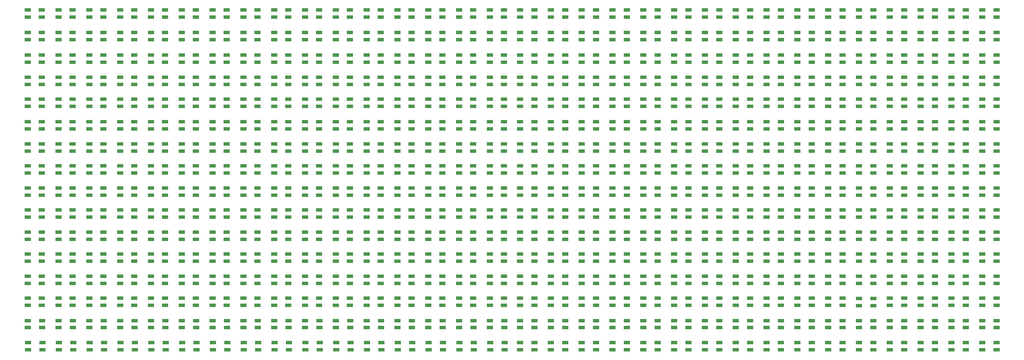
<source format=gbr>
G04 #@! TF.GenerationSoftware,KiCad,Pcbnew,(5.1.5-0-10_14)*
G04 #@! TF.CreationDate,2020-03-13T19:41:52-07:00*
G04 #@! TF.ProjectId,SpectrumAnayzerMini32Horz,53706563-7472-4756-9d41-6e61797a6572,rev?*
G04 #@! TF.SameCoordinates,Original*
G04 #@! TF.FileFunction,Paste,Top*
G04 #@! TF.FilePolarity,Positive*
%FSLAX46Y46*%
G04 Gerber Fmt 4.6, Leading zero omitted, Abs format (unit mm)*
G04 Created by KiCad (PCBNEW (5.1.5-0-10_14)) date 2020-03-13 19:41:52*
%MOMM*%
%LPD*%
G04 APERTURE LIST*
%ADD10R,1.600000X0.850000*%
G04 APERTURE END LIST*
D10*
X273403000Y-117461000D03*
X273403000Y-115711000D03*
X269903000Y-117461000D03*
X269903000Y-115711000D03*
X265783000Y-117461000D03*
X265783000Y-115711000D03*
X262283000Y-117461000D03*
X262283000Y-115711000D03*
X258163000Y-117461000D03*
X258163000Y-115711000D03*
X254663000Y-117461000D03*
X254663000Y-115711000D03*
X250543000Y-117461000D03*
X250543000Y-115711000D03*
X247043000Y-117461000D03*
X247043000Y-115711000D03*
X242923000Y-117461000D03*
X242923000Y-115711000D03*
X239423000Y-117461000D03*
X239423000Y-115711000D03*
X235303000Y-117461000D03*
X235303000Y-115711000D03*
X231803000Y-117461000D03*
X231803000Y-115711000D03*
X227683000Y-117461000D03*
X227683000Y-115711000D03*
X224183000Y-117461000D03*
X224183000Y-115711000D03*
X220063000Y-117461000D03*
X220063000Y-115711000D03*
X216563000Y-117461000D03*
X216563000Y-115711000D03*
X212443000Y-117461000D03*
X212443000Y-115711000D03*
X208943000Y-117461000D03*
X208943000Y-115711000D03*
X204823000Y-117461000D03*
X204823000Y-115711000D03*
X201323000Y-117461000D03*
X201323000Y-115711000D03*
X197203000Y-117461000D03*
X197203000Y-115711000D03*
X193703000Y-117461000D03*
X193703000Y-115711000D03*
X189583000Y-117461000D03*
X189583000Y-115711000D03*
X186083000Y-117461000D03*
X186083000Y-115711000D03*
X181963000Y-117461000D03*
X181963000Y-115711000D03*
X178463000Y-117461000D03*
X178463000Y-115711000D03*
X174343000Y-117461000D03*
X174343000Y-115711000D03*
X170843000Y-117461000D03*
X170843000Y-115711000D03*
X166723000Y-117461000D03*
X166723000Y-115711000D03*
X163223000Y-117461000D03*
X163223000Y-115711000D03*
X159103000Y-117461000D03*
X159103000Y-115711000D03*
X155603000Y-117461000D03*
X155603000Y-115711000D03*
X151737000Y-117461000D03*
X151737000Y-115711000D03*
X148237000Y-117461000D03*
X148237000Y-115711000D03*
X144117000Y-117461000D03*
X144117000Y-115711000D03*
X140617000Y-117461000D03*
X140617000Y-115711000D03*
X136497000Y-117461000D03*
X136497000Y-115711000D03*
X132997000Y-117461000D03*
X132997000Y-115711000D03*
X128877000Y-117461000D03*
X128877000Y-115711000D03*
X125377000Y-117461000D03*
X125377000Y-115711000D03*
X121257000Y-117461000D03*
X121257000Y-115711000D03*
X117757000Y-117461000D03*
X117757000Y-115711000D03*
X113637000Y-117461000D03*
X113637000Y-115711000D03*
X110137000Y-117461000D03*
X110137000Y-115711000D03*
X106017000Y-117461000D03*
X106017000Y-115711000D03*
X102517000Y-117461000D03*
X102517000Y-115711000D03*
X98397000Y-117461000D03*
X98397000Y-115711000D03*
X94897000Y-117461000D03*
X94897000Y-115711000D03*
X90777000Y-117461000D03*
X90777000Y-115711000D03*
X87277000Y-117461000D03*
X87277000Y-115711000D03*
X83157000Y-117461000D03*
X83157000Y-115711000D03*
X79657000Y-117461000D03*
X79657000Y-115711000D03*
X75537000Y-117461000D03*
X75537000Y-115711000D03*
X72037000Y-117461000D03*
X72037000Y-115711000D03*
X67917000Y-117461000D03*
X67917000Y-115711000D03*
X64417000Y-117461000D03*
X64417000Y-115711000D03*
X60297000Y-117461000D03*
X60297000Y-115711000D03*
X56797000Y-117461000D03*
X56797000Y-115711000D03*
X52677000Y-117461000D03*
X52677000Y-115711000D03*
X49177000Y-117461000D03*
X49177000Y-115711000D03*
X45057000Y-117461000D03*
X45057000Y-115711000D03*
X41557000Y-117461000D03*
X41557000Y-115711000D03*
X37437000Y-117461000D03*
X37437000Y-115711000D03*
X33937000Y-117461000D03*
X33937000Y-115711000D03*
X273403000Y-112000000D03*
X273403000Y-110250000D03*
X269903000Y-112000000D03*
X269903000Y-110250000D03*
X265783000Y-112000000D03*
X265783000Y-110250000D03*
X262283000Y-112000000D03*
X262283000Y-110250000D03*
X258163000Y-112000000D03*
X258163000Y-110250000D03*
X254663000Y-112000000D03*
X254663000Y-110250000D03*
X250543000Y-112000000D03*
X250543000Y-110250000D03*
X247043000Y-112000000D03*
X247043000Y-110250000D03*
X242923000Y-112000000D03*
X242923000Y-110250000D03*
X239423000Y-112000000D03*
X239423000Y-110250000D03*
X235303000Y-112000000D03*
X235303000Y-110250000D03*
X231803000Y-112000000D03*
X231803000Y-110250000D03*
X227683000Y-112000000D03*
X227683000Y-110250000D03*
X224183000Y-112000000D03*
X224183000Y-110250000D03*
X220063000Y-112000000D03*
X220063000Y-110250000D03*
X216563000Y-112000000D03*
X216563000Y-110250000D03*
X212443000Y-112000000D03*
X212443000Y-110250000D03*
X208943000Y-112000000D03*
X208943000Y-110250000D03*
X204823000Y-112000000D03*
X204823000Y-110250000D03*
X201323000Y-112000000D03*
X201323000Y-110250000D03*
X197203000Y-112000000D03*
X197203000Y-110250000D03*
X193703000Y-112000000D03*
X193703000Y-110250000D03*
X189583000Y-112000000D03*
X189583000Y-110250000D03*
X186083000Y-112000000D03*
X186083000Y-110250000D03*
X181963000Y-112000000D03*
X181963000Y-110250000D03*
X178463000Y-112000000D03*
X178463000Y-110250000D03*
X174343000Y-112000000D03*
X174343000Y-110250000D03*
X170843000Y-112000000D03*
X170843000Y-110250000D03*
X166723000Y-112000000D03*
X166723000Y-110250000D03*
X163223000Y-112000000D03*
X163223000Y-110250000D03*
X159103000Y-112000000D03*
X159103000Y-110250000D03*
X155603000Y-112000000D03*
X155603000Y-110250000D03*
X151673500Y-112000000D03*
X151673500Y-110250000D03*
X148173500Y-112000000D03*
X148173500Y-110250000D03*
X144053500Y-112000000D03*
X144053500Y-110250000D03*
X140553500Y-112000000D03*
X140553500Y-110250000D03*
X136433500Y-112000000D03*
X136433500Y-110250000D03*
X132933500Y-112000000D03*
X132933500Y-110250000D03*
X128813500Y-112000000D03*
X128813500Y-110250000D03*
X125313500Y-112000000D03*
X125313500Y-110250000D03*
X121193500Y-112000000D03*
X121193500Y-110250000D03*
X117693500Y-112000000D03*
X117693500Y-110250000D03*
X113573500Y-112000000D03*
X113573500Y-110250000D03*
X110073500Y-112000000D03*
X110073500Y-110250000D03*
X105953500Y-112000000D03*
X105953500Y-110250000D03*
X102453500Y-112000000D03*
X102453500Y-110250000D03*
X98333500Y-112000000D03*
X98333500Y-110250000D03*
X94833500Y-112000000D03*
X94833500Y-110250000D03*
X90713500Y-112000000D03*
X90713500Y-110250000D03*
X87213500Y-112000000D03*
X87213500Y-110250000D03*
X83093500Y-112000000D03*
X83093500Y-110250000D03*
X79593500Y-112000000D03*
X79593500Y-110250000D03*
X75473500Y-112000000D03*
X75473500Y-110250000D03*
X71973500Y-112000000D03*
X71973500Y-110250000D03*
X67853500Y-112000000D03*
X67853500Y-110250000D03*
X64353500Y-112000000D03*
X64353500Y-110250000D03*
X60233500Y-112000000D03*
X60233500Y-110250000D03*
X56733500Y-112000000D03*
X56733500Y-110250000D03*
X52613500Y-112000000D03*
X52613500Y-110250000D03*
X49113500Y-112000000D03*
X49113500Y-110250000D03*
X44993500Y-112000000D03*
X44993500Y-110250000D03*
X41493500Y-112000000D03*
X41493500Y-110250000D03*
X37373500Y-112000000D03*
X37373500Y-110250000D03*
X33873500Y-112000000D03*
X33873500Y-110250000D03*
X273403000Y-106475500D03*
X273403000Y-104725500D03*
X269903000Y-106475500D03*
X269903000Y-104725500D03*
X265783000Y-106475500D03*
X265783000Y-104725500D03*
X262283000Y-106475500D03*
X262283000Y-104725500D03*
X258163000Y-106475500D03*
X258163000Y-104725500D03*
X254663000Y-106475500D03*
X254663000Y-104725500D03*
X250543000Y-106475500D03*
X250543000Y-104725500D03*
X247043000Y-106475500D03*
X247043000Y-104725500D03*
X242923000Y-106535500D03*
X242923000Y-104785500D03*
X239423000Y-106535500D03*
X239423000Y-104785500D03*
X235303000Y-106475500D03*
X235303000Y-104725500D03*
X231803000Y-106475500D03*
X231803000Y-104725500D03*
X227683000Y-106475500D03*
X227683000Y-104725500D03*
X224183000Y-106475500D03*
X224183000Y-104725500D03*
X220063000Y-106475500D03*
X220063000Y-104725500D03*
X216563000Y-106475500D03*
X216563000Y-104725500D03*
X212443000Y-106475500D03*
X212443000Y-104725500D03*
X208943000Y-106475500D03*
X208943000Y-104725500D03*
X204823000Y-106475500D03*
X204823000Y-104725500D03*
X201323000Y-106475500D03*
X201323000Y-104725500D03*
X197203000Y-106475500D03*
X197203000Y-104725500D03*
X193703000Y-106475500D03*
X193703000Y-104725500D03*
X189583000Y-106475500D03*
X189583000Y-104725500D03*
X186083000Y-106475500D03*
X186083000Y-104725500D03*
X181963000Y-106475500D03*
X181963000Y-104725500D03*
X178463000Y-106475500D03*
X178463000Y-104725500D03*
X174343000Y-106475500D03*
X174343000Y-104725500D03*
X170843000Y-106475500D03*
X170843000Y-104725500D03*
X166723000Y-106475500D03*
X166723000Y-104725500D03*
X163223000Y-106475500D03*
X163223000Y-104725500D03*
X159103000Y-106475500D03*
X159103000Y-104725500D03*
X155603000Y-106475500D03*
X155603000Y-104725500D03*
X151610000Y-106475500D03*
X151610000Y-104725500D03*
X148110000Y-106475500D03*
X148110000Y-104725500D03*
X143990000Y-106475500D03*
X143990000Y-104725500D03*
X140490000Y-106475500D03*
X140490000Y-104725500D03*
X136370000Y-106475500D03*
X136370000Y-104725500D03*
X132870000Y-106475500D03*
X132870000Y-104725500D03*
X128750000Y-106475500D03*
X128750000Y-104725500D03*
X125250000Y-106475500D03*
X125250000Y-104725500D03*
X121130000Y-106475500D03*
X121130000Y-104725500D03*
X117630000Y-106475500D03*
X117630000Y-104725500D03*
X113510000Y-106475500D03*
X113510000Y-104725500D03*
X110010000Y-106475500D03*
X110010000Y-104725500D03*
X105890000Y-106475500D03*
X105890000Y-104725500D03*
X102390000Y-106475500D03*
X102390000Y-104725500D03*
X98270000Y-106475500D03*
X98270000Y-104725500D03*
X94770000Y-106475500D03*
X94770000Y-104725500D03*
X90650000Y-106475500D03*
X90650000Y-104725500D03*
X87150000Y-106475500D03*
X87150000Y-104725500D03*
X83030000Y-106475500D03*
X83030000Y-104725500D03*
X79530000Y-106475500D03*
X79530000Y-104725500D03*
X75410000Y-106475500D03*
X75410000Y-104725500D03*
X71910000Y-106475500D03*
X71910000Y-104725500D03*
X67790000Y-106475500D03*
X67790000Y-104725500D03*
X64290000Y-106475500D03*
X64290000Y-104725500D03*
X60170000Y-106475500D03*
X60170000Y-104725500D03*
X56670000Y-106475500D03*
X56670000Y-104725500D03*
X52550000Y-106475500D03*
X52550000Y-104725500D03*
X49050000Y-106475500D03*
X49050000Y-104725500D03*
X44930000Y-106475500D03*
X44930000Y-104725500D03*
X41430000Y-106475500D03*
X41430000Y-104725500D03*
X37310000Y-106475500D03*
X37310000Y-104725500D03*
X33810000Y-106475500D03*
X33810000Y-104725500D03*
X273403000Y-101014500D03*
X273403000Y-99264500D03*
X269903000Y-101014500D03*
X269903000Y-99264500D03*
X265783000Y-101014500D03*
X265783000Y-99264500D03*
X262283000Y-101014500D03*
X262283000Y-99264500D03*
X258163000Y-101014500D03*
X258163000Y-99264500D03*
X254663000Y-101014500D03*
X254663000Y-99264500D03*
X250543000Y-101014500D03*
X250543000Y-99264500D03*
X247043000Y-101014500D03*
X247043000Y-99264500D03*
X242923000Y-101014500D03*
X242923000Y-99264500D03*
X239423000Y-101014500D03*
X239423000Y-99264500D03*
X235303000Y-101014500D03*
X235303000Y-99264500D03*
X231803000Y-101014500D03*
X231803000Y-99264500D03*
X227683000Y-101014500D03*
X227683000Y-99264500D03*
X224183000Y-101014500D03*
X224183000Y-99264500D03*
X220063000Y-101014500D03*
X220063000Y-99264500D03*
X216563000Y-101014500D03*
X216563000Y-99264500D03*
X212443000Y-101014500D03*
X212443000Y-99264500D03*
X208943000Y-101014500D03*
X208943000Y-99264500D03*
X204823000Y-101014500D03*
X204823000Y-99264500D03*
X201323000Y-101014500D03*
X201323000Y-99264500D03*
X197203000Y-101014500D03*
X197203000Y-99264500D03*
X193703000Y-101014500D03*
X193703000Y-99264500D03*
X189583000Y-101014500D03*
X189583000Y-99264500D03*
X186083000Y-101014500D03*
X186083000Y-99264500D03*
X181963000Y-101014500D03*
X181963000Y-99264500D03*
X178463000Y-101014500D03*
X178463000Y-99264500D03*
X174343000Y-101014500D03*
X174343000Y-99264500D03*
X170843000Y-101014500D03*
X170843000Y-99264500D03*
X166723000Y-101014500D03*
X166723000Y-99264500D03*
X163223000Y-101014500D03*
X163223000Y-99264500D03*
X159103000Y-101014500D03*
X159103000Y-99264500D03*
X155603000Y-101014500D03*
X155603000Y-99264500D03*
X151610000Y-101014500D03*
X151610000Y-99264500D03*
X148110000Y-101014500D03*
X148110000Y-99264500D03*
X143990000Y-101014500D03*
X143990000Y-99264500D03*
X140490000Y-101014500D03*
X140490000Y-99264500D03*
X136370000Y-101014500D03*
X136370000Y-99264500D03*
X132870000Y-101014500D03*
X132870000Y-99264500D03*
X128750000Y-101014500D03*
X128750000Y-99264500D03*
X125250000Y-101014500D03*
X125250000Y-99264500D03*
X121130000Y-101014500D03*
X121130000Y-99264500D03*
X117630000Y-101014500D03*
X117630000Y-99264500D03*
X113510000Y-101014500D03*
X113510000Y-99264500D03*
X110010000Y-101014500D03*
X110010000Y-99264500D03*
X105890000Y-101014500D03*
X105890000Y-99264500D03*
X102390000Y-101014500D03*
X102390000Y-99264500D03*
X98270000Y-101014500D03*
X98270000Y-99264500D03*
X94770000Y-101014500D03*
X94770000Y-99264500D03*
X90650000Y-101014500D03*
X90650000Y-99264500D03*
X87150000Y-101014500D03*
X87150000Y-99264500D03*
X83030000Y-101014500D03*
X83030000Y-99264500D03*
X79530000Y-101014500D03*
X79530000Y-99264500D03*
X75410000Y-101014500D03*
X75410000Y-99264500D03*
X71910000Y-101014500D03*
X71910000Y-99264500D03*
X67790000Y-101014500D03*
X67790000Y-99264500D03*
X64290000Y-101014500D03*
X64290000Y-99264500D03*
X60170000Y-101014500D03*
X60170000Y-99264500D03*
X56670000Y-101014500D03*
X56670000Y-99264500D03*
X52550000Y-101014500D03*
X52550000Y-99264500D03*
X49050000Y-101014500D03*
X49050000Y-99264500D03*
X44930000Y-101014500D03*
X44930000Y-99264500D03*
X41430000Y-101014500D03*
X41430000Y-99264500D03*
X37310000Y-101014500D03*
X37310000Y-99264500D03*
X33810000Y-101014500D03*
X33810000Y-99264500D03*
X273403000Y-95553500D03*
X273403000Y-93803500D03*
X269903000Y-95553500D03*
X269903000Y-93803500D03*
X265783000Y-95553500D03*
X265783000Y-93803500D03*
X262283000Y-95553500D03*
X262283000Y-93803500D03*
X258163000Y-95553500D03*
X258163000Y-93803500D03*
X254663000Y-95553500D03*
X254663000Y-93803500D03*
X250543000Y-95553500D03*
X250543000Y-93803500D03*
X247043000Y-95553500D03*
X247043000Y-93803500D03*
X242923000Y-95553500D03*
X242923000Y-93803500D03*
X239423000Y-95553500D03*
X239423000Y-93803500D03*
X235303000Y-95553500D03*
X235303000Y-93803500D03*
X231803000Y-95553500D03*
X231803000Y-93803500D03*
X227683000Y-95553500D03*
X227683000Y-93803500D03*
X224183000Y-95553500D03*
X224183000Y-93803500D03*
X220063000Y-95553500D03*
X220063000Y-93803500D03*
X216563000Y-95553500D03*
X216563000Y-93803500D03*
X212443000Y-95553500D03*
X212443000Y-93803500D03*
X208943000Y-95553500D03*
X208943000Y-93803500D03*
X204823000Y-95553500D03*
X204823000Y-93803500D03*
X201323000Y-95553500D03*
X201323000Y-93803500D03*
X197203000Y-95553500D03*
X197203000Y-93803500D03*
X193703000Y-95553500D03*
X193703000Y-93803500D03*
X189583000Y-95553500D03*
X189583000Y-93803500D03*
X186083000Y-95553500D03*
X186083000Y-93803500D03*
X181963000Y-95553500D03*
X181963000Y-93803500D03*
X178463000Y-95553500D03*
X178463000Y-93803500D03*
X174343000Y-95553500D03*
X174343000Y-93803500D03*
X170843000Y-95553500D03*
X170843000Y-93803500D03*
X166723000Y-95553500D03*
X166723000Y-93803500D03*
X163223000Y-95553500D03*
X163223000Y-93803500D03*
X159103000Y-95553500D03*
X159103000Y-93803500D03*
X155603000Y-95553500D03*
X155603000Y-93803500D03*
X151610000Y-95553500D03*
X151610000Y-93803500D03*
X148110000Y-95553500D03*
X148110000Y-93803500D03*
X143990000Y-95553500D03*
X143990000Y-93803500D03*
X140490000Y-95553500D03*
X140490000Y-93803500D03*
X136370000Y-95553500D03*
X136370000Y-93803500D03*
X132870000Y-95553500D03*
X132870000Y-93803500D03*
X128750000Y-95553500D03*
X128750000Y-93803500D03*
X125250000Y-95553500D03*
X125250000Y-93803500D03*
X121130000Y-95553500D03*
X121130000Y-93803500D03*
X117630000Y-95553500D03*
X117630000Y-93803500D03*
X113510000Y-95553500D03*
X113510000Y-93803500D03*
X110010000Y-95553500D03*
X110010000Y-93803500D03*
X105890000Y-95553500D03*
X105890000Y-93803500D03*
X102390000Y-95553500D03*
X102390000Y-93803500D03*
X98270000Y-95553500D03*
X98270000Y-93803500D03*
X94770000Y-95553500D03*
X94770000Y-93803500D03*
X90650000Y-95553500D03*
X90650000Y-93803500D03*
X87150000Y-95553500D03*
X87150000Y-93803500D03*
X83030000Y-95553500D03*
X83030000Y-93803500D03*
X79530000Y-95553500D03*
X79530000Y-93803500D03*
X75410000Y-95553500D03*
X75410000Y-93803500D03*
X71910000Y-95553500D03*
X71910000Y-93803500D03*
X67790000Y-95553500D03*
X67790000Y-93803500D03*
X64290000Y-95553500D03*
X64290000Y-93803500D03*
X60170000Y-95553500D03*
X60170000Y-93803500D03*
X56670000Y-95553500D03*
X56670000Y-93803500D03*
X52550000Y-95553500D03*
X52550000Y-93803500D03*
X49050000Y-95553500D03*
X49050000Y-93803500D03*
X44930000Y-95553500D03*
X44930000Y-93803500D03*
X41430000Y-95553500D03*
X41430000Y-93803500D03*
X37310000Y-95553500D03*
X37310000Y-93803500D03*
X33810000Y-95553500D03*
X33810000Y-93803500D03*
X273403000Y-90092500D03*
X273403000Y-88342500D03*
X269903000Y-90092500D03*
X269903000Y-88342500D03*
X265783000Y-90092500D03*
X265783000Y-88342500D03*
X262283000Y-90092500D03*
X262283000Y-88342500D03*
X258163000Y-90092500D03*
X258163000Y-88342500D03*
X254663000Y-90092500D03*
X254663000Y-88342500D03*
X250543000Y-90092500D03*
X250543000Y-88342500D03*
X247043000Y-90092500D03*
X247043000Y-88342500D03*
X242923000Y-90092500D03*
X242923000Y-88342500D03*
X239423000Y-90092500D03*
X239423000Y-88342500D03*
X235303000Y-90092500D03*
X235303000Y-88342500D03*
X231803000Y-90092500D03*
X231803000Y-88342500D03*
X227683000Y-90092500D03*
X227683000Y-88342500D03*
X224183000Y-90092500D03*
X224183000Y-88342500D03*
X220063000Y-90092500D03*
X220063000Y-88342500D03*
X216563000Y-90092500D03*
X216563000Y-88342500D03*
X212443000Y-90092500D03*
X212443000Y-88342500D03*
X208943000Y-90092500D03*
X208943000Y-88342500D03*
X204823000Y-90092500D03*
X204823000Y-88342500D03*
X201323000Y-90092500D03*
X201323000Y-88342500D03*
X197203000Y-90092500D03*
X197203000Y-88342500D03*
X193703000Y-90092500D03*
X193703000Y-88342500D03*
X189583000Y-90092500D03*
X189583000Y-88342500D03*
X186083000Y-90092500D03*
X186083000Y-88342500D03*
X181963000Y-90092500D03*
X181963000Y-88342500D03*
X178463000Y-90092500D03*
X178463000Y-88342500D03*
X174343000Y-90092500D03*
X174343000Y-88342500D03*
X170843000Y-90092500D03*
X170843000Y-88342500D03*
X166723000Y-90092500D03*
X166723000Y-88342500D03*
X163223000Y-90092500D03*
X163223000Y-88342500D03*
X159103000Y-90092500D03*
X159103000Y-88342500D03*
X155603000Y-90092500D03*
X155603000Y-88342500D03*
X151610000Y-90092500D03*
X151610000Y-88342500D03*
X148110000Y-90092500D03*
X148110000Y-88342500D03*
X143990000Y-90092500D03*
X143990000Y-88342500D03*
X140490000Y-90092500D03*
X140490000Y-88342500D03*
X136370000Y-90092500D03*
X136370000Y-88342500D03*
X132870000Y-90092500D03*
X132870000Y-88342500D03*
X128750000Y-90092500D03*
X128750000Y-88342500D03*
X125250000Y-90092500D03*
X125250000Y-88342500D03*
X121130000Y-90092500D03*
X121130000Y-88342500D03*
X117630000Y-90092500D03*
X117630000Y-88342500D03*
X113510000Y-90092500D03*
X113510000Y-88342500D03*
X110010000Y-90092500D03*
X110010000Y-88342500D03*
X105890000Y-90092500D03*
X105890000Y-88342500D03*
X102390000Y-90092500D03*
X102390000Y-88342500D03*
X98270000Y-90092500D03*
X98270000Y-88342500D03*
X94770000Y-90092500D03*
X94770000Y-88342500D03*
X90650000Y-90092500D03*
X90650000Y-88342500D03*
X87150000Y-90092500D03*
X87150000Y-88342500D03*
X83030000Y-90092500D03*
X83030000Y-88342500D03*
X79530000Y-90092500D03*
X79530000Y-88342500D03*
X75410000Y-90092500D03*
X75410000Y-88342500D03*
X71910000Y-90092500D03*
X71910000Y-88342500D03*
X67790000Y-90092500D03*
X67790000Y-88342500D03*
X64290000Y-90092500D03*
X64290000Y-88342500D03*
X60170000Y-90092500D03*
X60170000Y-88342500D03*
X56670000Y-90092500D03*
X56670000Y-88342500D03*
X52550000Y-90092500D03*
X52550000Y-88342500D03*
X49050000Y-90092500D03*
X49050000Y-88342500D03*
X44930000Y-90092500D03*
X44930000Y-88342500D03*
X41430000Y-90092500D03*
X41430000Y-88342500D03*
X37310000Y-90092500D03*
X37310000Y-88342500D03*
X33810000Y-90092500D03*
X33810000Y-88342500D03*
X273403000Y-84631500D03*
X273403000Y-82881500D03*
X269903000Y-84631500D03*
X269903000Y-82881500D03*
X265783000Y-84631500D03*
X265783000Y-82881500D03*
X262283000Y-84631500D03*
X262283000Y-82881500D03*
X258163000Y-84631500D03*
X258163000Y-82881500D03*
X254663000Y-84631500D03*
X254663000Y-82881500D03*
X250543000Y-84631500D03*
X250543000Y-82881500D03*
X247043000Y-84631500D03*
X247043000Y-82881500D03*
X242923000Y-84631500D03*
X242923000Y-82881500D03*
X239423000Y-84631500D03*
X239423000Y-82881500D03*
X235303000Y-84631500D03*
X235303000Y-82881500D03*
X231803000Y-84631500D03*
X231803000Y-82881500D03*
X227683000Y-84631500D03*
X227683000Y-82881500D03*
X224183000Y-84631500D03*
X224183000Y-82881500D03*
X220063000Y-84631500D03*
X220063000Y-82881500D03*
X216563000Y-84631500D03*
X216563000Y-82881500D03*
X212443000Y-84631500D03*
X212443000Y-82881500D03*
X208943000Y-84631500D03*
X208943000Y-82881500D03*
X204823000Y-84631500D03*
X204823000Y-82881500D03*
X201323000Y-84631500D03*
X201323000Y-82881500D03*
X197203000Y-84631500D03*
X197203000Y-82881500D03*
X193703000Y-84631500D03*
X193703000Y-82881500D03*
X189583000Y-84631500D03*
X189583000Y-82881500D03*
X186083000Y-84631500D03*
X186083000Y-82881500D03*
X181963000Y-84631500D03*
X181963000Y-82881500D03*
X178463000Y-84631500D03*
X178463000Y-82881500D03*
X174343000Y-84631500D03*
X174343000Y-82881500D03*
X170843000Y-84631500D03*
X170843000Y-82881500D03*
X166723000Y-84631500D03*
X166723000Y-82881500D03*
X163223000Y-84631500D03*
X163223000Y-82881500D03*
X159103000Y-84631500D03*
X159103000Y-82881500D03*
X155603000Y-84631500D03*
X155603000Y-82881500D03*
X151610000Y-84631500D03*
X151610000Y-82881500D03*
X148110000Y-84631500D03*
X148110000Y-82881500D03*
X143990000Y-84631500D03*
X143990000Y-82881500D03*
X140490000Y-84631500D03*
X140490000Y-82881500D03*
X136370000Y-84631500D03*
X136370000Y-82881500D03*
X132870000Y-84631500D03*
X132870000Y-82881500D03*
X128750000Y-84631500D03*
X128750000Y-82881500D03*
X125250000Y-84631500D03*
X125250000Y-82881500D03*
X121130000Y-84631500D03*
X121130000Y-82881500D03*
X117630000Y-84631500D03*
X117630000Y-82881500D03*
X113510000Y-84631500D03*
X113510000Y-82881500D03*
X110010000Y-84631500D03*
X110010000Y-82881500D03*
X105890000Y-84631500D03*
X105890000Y-82881500D03*
X102390000Y-84631500D03*
X102390000Y-82881500D03*
X98270000Y-84631500D03*
X98270000Y-82881500D03*
X94770000Y-84631500D03*
X94770000Y-82881500D03*
X90650000Y-84631500D03*
X90650000Y-82881500D03*
X87150000Y-84631500D03*
X87150000Y-82881500D03*
X83030000Y-84631500D03*
X83030000Y-82881500D03*
X79530000Y-84631500D03*
X79530000Y-82881500D03*
X75410000Y-84631500D03*
X75410000Y-82881500D03*
X71910000Y-84631500D03*
X71910000Y-82881500D03*
X67790000Y-84631500D03*
X67790000Y-82881500D03*
X64290000Y-84631500D03*
X64290000Y-82881500D03*
X60170000Y-84631500D03*
X60170000Y-82881500D03*
X56670000Y-84631500D03*
X56670000Y-82881500D03*
X52550000Y-84631500D03*
X52550000Y-82881500D03*
X49050000Y-84631500D03*
X49050000Y-82881500D03*
X44930000Y-84631500D03*
X44930000Y-82881500D03*
X41430000Y-84631500D03*
X41430000Y-82881500D03*
X37310000Y-84631500D03*
X37310000Y-82881500D03*
X33810000Y-84631500D03*
X33810000Y-82881500D03*
X273403000Y-79170500D03*
X273403000Y-77420500D03*
X269903000Y-79170500D03*
X269903000Y-77420500D03*
X265783000Y-79170500D03*
X265783000Y-77420500D03*
X262283000Y-79170500D03*
X262283000Y-77420500D03*
X258163000Y-79170500D03*
X258163000Y-77420500D03*
X254663000Y-79170500D03*
X254663000Y-77420500D03*
X250543000Y-79170500D03*
X250543000Y-77420500D03*
X247043000Y-79170500D03*
X247043000Y-77420500D03*
X242923000Y-79170500D03*
X242923000Y-77420500D03*
X239423000Y-79170500D03*
X239423000Y-77420500D03*
X235303000Y-79170500D03*
X235303000Y-77420500D03*
X231803000Y-79170500D03*
X231803000Y-77420500D03*
X227683000Y-79170500D03*
X227683000Y-77420500D03*
X224183000Y-79170500D03*
X224183000Y-77420500D03*
X220063000Y-79170500D03*
X220063000Y-77420500D03*
X216563000Y-79170500D03*
X216563000Y-77420500D03*
X212443000Y-79170500D03*
X212443000Y-77420500D03*
X208943000Y-79170500D03*
X208943000Y-77420500D03*
X204823000Y-79170500D03*
X204823000Y-77420500D03*
X201323000Y-79170500D03*
X201323000Y-77420500D03*
X197203000Y-79170500D03*
X197203000Y-77420500D03*
X193703000Y-79170500D03*
X193703000Y-77420500D03*
X189583000Y-79170500D03*
X189583000Y-77420500D03*
X186083000Y-79170500D03*
X186083000Y-77420500D03*
X181963000Y-79170500D03*
X181963000Y-77420500D03*
X178463000Y-79170500D03*
X178463000Y-77420500D03*
X174343000Y-79170500D03*
X174343000Y-77420500D03*
X170843000Y-79170500D03*
X170843000Y-77420500D03*
X166723000Y-79170500D03*
X166723000Y-77420500D03*
X163223000Y-79170500D03*
X163223000Y-77420500D03*
X159103000Y-79170500D03*
X159103000Y-77420500D03*
X155603000Y-79170500D03*
X155603000Y-77420500D03*
X151610000Y-79170500D03*
X151610000Y-77420500D03*
X148110000Y-79170500D03*
X148110000Y-77420500D03*
X143990000Y-79170500D03*
X143990000Y-77420500D03*
X140490000Y-79170500D03*
X140490000Y-77420500D03*
X136370000Y-79170500D03*
X136370000Y-77420500D03*
X132870000Y-79170500D03*
X132870000Y-77420500D03*
X128750000Y-79170500D03*
X128750000Y-77420500D03*
X125250000Y-79170500D03*
X125250000Y-77420500D03*
X121130000Y-79170500D03*
X121130000Y-77420500D03*
X117630000Y-79170500D03*
X117630000Y-77420500D03*
X113510000Y-79170500D03*
X113510000Y-77420500D03*
X110010000Y-79170500D03*
X110010000Y-77420500D03*
X105890000Y-79170500D03*
X105890000Y-77420500D03*
X102390000Y-79170500D03*
X102390000Y-77420500D03*
X98270000Y-79170500D03*
X98270000Y-77420500D03*
X94770000Y-79170500D03*
X94770000Y-77420500D03*
X90650000Y-79170500D03*
X90650000Y-77420500D03*
X87150000Y-79170500D03*
X87150000Y-77420500D03*
X83030000Y-79170500D03*
X83030000Y-77420500D03*
X79530000Y-79170500D03*
X79530000Y-77420500D03*
X75410000Y-79170500D03*
X75410000Y-77420500D03*
X71910000Y-79170500D03*
X71910000Y-77420500D03*
X67790000Y-79170500D03*
X67790000Y-77420500D03*
X64290000Y-79170500D03*
X64290000Y-77420500D03*
X60170000Y-79170500D03*
X60170000Y-77420500D03*
X56670000Y-79170500D03*
X56670000Y-77420500D03*
X52550000Y-79170500D03*
X52550000Y-77420500D03*
X49050000Y-79170500D03*
X49050000Y-77420500D03*
X44930000Y-79170500D03*
X44930000Y-77420500D03*
X41430000Y-79170500D03*
X41430000Y-77420500D03*
X37310000Y-79170500D03*
X37310000Y-77420500D03*
X33810000Y-79170500D03*
X33810000Y-77420500D03*
X273403000Y-73709500D03*
X273403000Y-71959500D03*
X269903000Y-73709500D03*
X269903000Y-71959500D03*
X265783000Y-73709500D03*
X265783000Y-71959500D03*
X262283000Y-73709500D03*
X262283000Y-71959500D03*
X258163000Y-73709500D03*
X258163000Y-71959500D03*
X254663000Y-73709500D03*
X254663000Y-71959500D03*
X250543000Y-73709500D03*
X250543000Y-71959500D03*
X247043000Y-73709500D03*
X247043000Y-71959500D03*
X242923000Y-73709500D03*
X242923000Y-71959500D03*
X239423000Y-73709500D03*
X239423000Y-71959500D03*
X235303000Y-73709500D03*
X235303000Y-71959500D03*
X231803000Y-73709500D03*
X231803000Y-71959500D03*
X227683000Y-73709500D03*
X227683000Y-71959500D03*
X224183000Y-73709500D03*
X224183000Y-71959500D03*
X220063000Y-73709500D03*
X220063000Y-71959500D03*
X216563000Y-73709500D03*
X216563000Y-71959500D03*
X212443000Y-73709500D03*
X212443000Y-71959500D03*
X208943000Y-73709500D03*
X208943000Y-71959500D03*
X204823000Y-73709500D03*
X204823000Y-71959500D03*
X201323000Y-73709500D03*
X201323000Y-71959500D03*
X197203000Y-73709500D03*
X197203000Y-71959500D03*
X193703000Y-73709500D03*
X193703000Y-71959500D03*
X189583000Y-73709500D03*
X189583000Y-71959500D03*
X186083000Y-73709500D03*
X186083000Y-71959500D03*
X181963000Y-73709500D03*
X181963000Y-71959500D03*
X178463000Y-73709500D03*
X178463000Y-71959500D03*
X174343000Y-73709500D03*
X174343000Y-71959500D03*
X170843000Y-73709500D03*
X170843000Y-71959500D03*
X166723000Y-73709500D03*
X166723000Y-71959500D03*
X163223000Y-73709500D03*
X163223000Y-71959500D03*
X159103000Y-73709500D03*
X159103000Y-71959500D03*
X155603000Y-73709500D03*
X155603000Y-71959500D03*
X151610000Y-73709500D03*
X151610000Y-71959500D03*
X148110000Y-73709500D03*
X148110000Y-71959500D03*
X143990000Y-73709500D03*
X143990000Y-71959500D03*
X140490000Y-73709500D03*
X140490000Y-71959500D03*
X136370000Y-73709500D03*
X136370000Y-71959500D03*
X132870000Y-73709500D03*
X132870000Y-71959500D03*
X128750000Y-73709500D03*
X128750000Y-71959500D03*
X125250000Y-73709500D03*
X125250000Y-71959500D03*
X121130000Y-73709500D03*
X121130000Y-71959500D03*
X117630000Y-73709500D03*
X117630000Y-71959500D03*
X113510000Y-73709500D03*
X113510000Y-71959500D03*
X110010000Y-73709500D03*
X110010000Y-71959500D03*
X105890000Y-73709500D03*
X105890000Y-71959500D03*
X102390000Y-73709500D03*
X102390000Y-71959500D03*
X98270000Y-73709500D03*
X98270000Y-71959500D03*
X94770000Y-73709500D03*
X94770000Y-71959500D03*
X90650000Y-73709500D03*
X90650000Y-71959500D03*
X87150000Y-73709500D03*
X87150000Y-71959500D03*
X83030000Y-73709500D03*
X83030000Y-71959500D03*
X79530000Y-73709500D03*
X79530000Y-71959500D03*
X75410000Y-73709500D03*
X75410000Y-71959500D03*
X71910000Y-73709500D03*
X71910000Y-71959500D03*
X67790000Y-73709500D03*
X67790000Y-71959500D03*
X64290000Y-73709500D03*
X64290000Y-71959500D03*
X60170000Y-73709500D03*
X60170000Y-71959500D03*
X56670000Y-73709500D03*
X56670000Y-71959500D03*
X52550000Y-73709500D03*
X52550000Y-71959500D03*
X49050000Y-73709500D03*
X49050000Y-71959500D03*
X44930000Y-73709500D03*
X44930000Y-71959500D03*
X41430000Y-73709500D03*
X41430000Y-71959500D03*
X37310000Y-73709500D03*
X37310000Y-71959500D03*
X33810000Y-73709500D03*
X33810000Y-71959500D03*
X273403000Y-68248500D03*
X273403000Y-66498500D03*
X269903000Y-68248500D03*
X269903000Y-66498500D03*
X265783000Y-68248500D03*
X265783000Y-66498500D03*
X262283000Y-68248500D03*
X262283000Y-66498500D03*
X258163000Y-68248500D03*
X258163000Y-66498500D03*
X254663000Y-68248500D03*
X254663000Y-66498500D03*
X250543000Y-68248500D03*
X250543000Y-66498500D03*
X247043000Y-68248500D03*
X247043000Y-66498500D03*
X242923000Y-68248500D03*
X242923000Y-66498500D03*
X239423000Y-68248500D03*
X239423000Y-66498500D03*
X235303000Y-68248500D03*
X235303000Y-66498500D03*
X231803000Y-68248500D03*
X231803000Y-66498500D03*
X227683000Y-68248500D03*
X227683000Y-66498500D03*
X224183000Y-68248500D03*
X224183000Y-66498500D03*
X220063000Y-68248500D03*
X220063000Y-66498500D03*
X216563000Y-68248500D03*
X216563000Y-66498500D03*
X212443000Y-68248500D03*
X212443000Y-66498500D03*
X208943000Y-68248500D03*
X208943000Y-66498500D03*
X204823000Y-68248500D03*
X204823000Y-66498500D03*
X201323000Y-68248500D03*
X201323000Y-66498500D03*
X197203000Y-68248500D03*
X197203000Y-66498500D03*
X193703000Y-68248500D03*
X193703000Y-66498500D03*
X189583000Y-68248500D03*
X189583000Y-66498500D03*
X186083000Y-68248500D03*
X186083000Y-66498500D03*
X181963000Y-68248500D03*
X181963000Y-66498500D03*
X178463000Y-68248500D03*
X178463000Y-66498500D03*
X174343000Y-68248500D03*
X174343000Y-66498500D03*
X170843000Y-68248500D03*
X170843000Y-66498500D03*
X166723000Y-68248500D03*
X166723000Y-66498500D03*
X163223000Y-68248500D03*
X163223000Y-66498500D03*
X159103000Y-68248500D03*
X159103000Y-66498500D03*
X155603000Y-68248500D03*
X155603000Y-66498500D03*
X151610000Y-68248500D03*
X151610000Y-66498500D03*
X148110000Y-68248500D03*
X148110000Y-66498500D03*
X143990000Y-68248500D03*
X143990000Y-66498500D03*
X140490000Y-68248500D03*
X140490000Y-66498500D03*
X136370000Y-68248500D03*
X136370000Y-66498500D03*
X132870000Y-68248500D03*
X132870000Y-66498500D03*
X128750000Y-68248500D03*
X128750000Y-66498500D03*
X125250000Y-68248500D03*
X125250000Y-66498500D03*
X121130000Y-68248500D03*
X121130000Y-66498500D03*
X117630000Y-68248500D03*
X117630000Y-66498500D03*
X113510000Y-68248500D03*
X113510000Y-66498500D03*
X110010000Y-68248500D03*
X110010000Y-66498500D03*
X105890000Y-68248500D03*
X105890000Y-66498500D03*
X102390000Y-68248500D03*
X102390000Y-66498500D03*
X98270000Y-68248500D03*
X98270000Y-66498500D03*
X94770000Y-68248500D03*
X94770000Y-66498500D03*
X90650000Y-68248500D03*
X90650000Y-66498500D03*
X87150000Y-68248500D03*
X87150000Y-66498500D03*
X83030000Y-68248500D03*
X83030000Y-66498500D03*
X79530000Y-68248500D03*
X79530000Y-66498500D03*
X75410000Y-68248500D03*
X75410000Y-66498500D03*
X71910000Y-68248500D03*
X71910000Y-66498500D03*
X67790000Y-68248500D03*
X67790000Y-66498500D03*
X64290000Y-68248500D03*
X64290000Y-66498500D03*
X60170000Y-68248500D03*
X60170000Y-66498500D03*
X56670000Y-68248500D03*
X56670000Y-66498500D03*
X52550000Y-68248500D03*
X52550000Y-66498500D03*
X49050000Y-68248500D03*
X49050000Y-66498500D03*
X44930000Y-68248500D03*
X44930000Y-66498500D03*
X41430000Y-68248500D03*
X41430000Y-66498500D03*
X37310000Y-68248500D03*
X37310000Y-66498500D03*
X33810000Y-68248500D03*
X33810000Y-66498500D03*
X273403000Y-62787500D03*
X273403000Y-61037500D03*
X269903000Y-62787500D03*
X269903000Y-61037500D03*
X265783000Y-62787500D03*
X265783000Y-61037500D03*
X262283000Y-62787500D03*
X262283000Y-61037500D03*
X258163000Y-62787500D03*
X258163000Y-61037500D03*
X254663000Y-62787500D03*
X254663000Y-61037500D03*
X250543000Y-62787500D03*
X250543000Y-61037500D03*
X247043000Y-62787500D03*
X247043000Y-61037500D03*
X242923000Y-62787500D03*
X242923000Y-61037500D03*
X239423000Y-62787500D03*
X239423000Y-61037500D03*
X235303000Y-62787500D03*
X235303000Y-61037500D03*
X231803000Y-62787500D03*
X231803000Y-61037500D03*
X227683000Y-62787500D03*
X227683000Y-61037500D03*
X224183000Y-62787500D03*
X224183000Y-61037500D03*
X220063000Y-62787500D03*
X220063000Y-61037500D03*
X216563000Y-62787500D03*
X216563000Y-61037500D03*
X212443000Y-62787500D03*
X212443000Y-61037500D03*
X208943000Y-62787500D03*
X208943000Y-61037500D03*
X204823000Y-62787500D03*
X204823000Y-61037500D03*
X201323000Y-62787500D03*
X201323000Y-61037500D03*
X197203000Y-62787500D03*
X197203000Y-61037500D03*
X193703000Y-62787500D03*
X193703000Y-61037500D03*
X189583000Y-62787500D03*
X189583000Y-61037500D03*
X186083000Y-62787500D03*
X186083000Y-61037500D03*
X181963000Y-62787500D03*
X181963000Y-61037500D03*
X178463000Y-62787500D03*
X178463000Y-61037500D03*
X174343000Y-62787500D03*
X174343000Y-61037500D03*
X170843000Y-62787500D03*
X170843000Y-61037500D03*
X166723000Y-62787500D03*
X166723000Y-61037500D03*
X163223000Y-62787500D03*
X163223000Y-61037500D03*
X159103000Y-62787500D03*
X159103000Y-61037500D03*
X155603000Y-62787500D03*
X155603000Y-61037500D03*
X151610000Y-62787500D03*
X151610000Y-61037500D03*
X148110000Y-62787500D03*
X148110000Y-61037500D03*
X143990000Y-62787500D03*
X143990000Y-61037500D03*
X140490000Y-62787500D03*
X140490000Y-61037500D03*
X136370000Y-62787500D03*
X136370000Y-61037500D03*
X132870000Y-62787500D03*
X132870000Y-61037500D03*
X128750000Y-62787500D03*
X128750000Y-61037500D03*
X125250000Y-62787500D03*
X125250000Y-61037500D03*
X121130000Y-62787500D03*
X121130000Y-61037500D03*
X117630000Y-62787500D03*
X117630000Y-61037500D03*
X113510000Y-62787500D03*
X113510000Y-61037500D03*
X110010000Y-62787500D03*
X110010000Y-61037500D03*
X105890000Y-62787500D03*
X105890000Y-61037500D03*
X102390000Y-62787500D03*
X102390000Y-61037500D03*
X98270000Y-62787500D03*
X98270000Y-61037500D03*
X94770000Y-62787500D03*
X94770000Y-61037500D03*
X90650000Y-62787500D03*
X90650000Y-61037500D03*
X87150000Y-62787500D03*
X87150000Y-61037500D03*
X83030000Y-62787500D03*
X83030000Y-61037500D03*
X79530000Y-62787500D03*
X79530000Y-61037500D03*
X75410000Y-62787500D03*
X75410000Y-61037500D03*
X71910000Y-62787500D03*
X71910000Y-61037500D03*
X67790000Y-62787500D03*
X67790000Y-61037500D03*
X64290000Y-62787500D03*
X64290000Y-61037500D03*
X60170000Y-62787500D03*
X60170000Y-61037500D03*
X56670000Y-62787500D03*
X56670000Y-61037500D03*
X52550000Y-62787500D03*
X52550000Y-61037500D03*
X49050000Y-62787500D03*
X49050000Y-61037500D03*
X44930000Y-62787500D03*
X44930000Y-61037500D03*
X41430000Y-62787500D03*
X41430000Y-61037500D03*
X37310000Y-62787500D03*
X37310000Y-61037500D03*
X33810000Y-62787500D03*
X33810000Y-61037500D03*
X273403000Y-57199500D03*
X273403000Y-55449500D03*
X269903000Y-57199500D03*
X269903000Y-55449500D03*
X265783000Y-57199500D03*
X265783000Y-55449500D03*
X262283000Y-57199500D03*
X262283000Y-55449500D03*
X258163000Y-57199500D03*
X258163000Y-55449500D03*
X254663000Y-57199500D03*
X254663000Y-55449500D03*
X250543000Y-57199500D03*
X250543000Y-55449500D03*
X247043000Y-57199500D03*
X247043000Y-55449500D03*
X242923000Y-57199500D03*
X242923000Y-55449500D03*
X239423000Y-57199500D03*
X239423000Y-55449500D03*
X235303000Y-57199500D03*
X235303000Y-55449500D03*
X231803000Y-57199500D03*
X231803000Y-55449500D03*
X227683000Y-57199500D03*
X227683000Y-55449500D03*
X224183000Y-57199500D03*
X224183000Y-55449500D03*
X220063000Y-57199500D03*
X220063000Y-55449500D03*
X216563000Y-57199500D03*
X216563000Y-55449500D03*
X212443000Y-57199500D03*
X212443000Y-55449500D03*
X208943000Y-57199500D03*
X208943000Y-55449500D03*
X204823000Y-57199500D03*
X204823000Y-55449500D03*
X201323000Y-57199500D03*
X201323000Y-55449500D03*
X197203000Y-57199500D03*
X197203000Y-55449500D03*
X193703000Y-57199500D03*
X193703000Y-55449500D03*
X189583000Y-57199500D03*
X189583000Y-55449500D03*
X186083000Y-57199500D03*
X186083000Y-55449500D03*
X181963000Y-57199500D03*
X181963000Y-55449500D03*
X178463000Y-57199500D03*
X178463000Y-55449500D03*
X174343000Y-57199500D03*
X174343000Y-55449500D03*
X170843000Y-57199500D03*
X170843000Y-55449500D03*
X166723000Y-57199500D03*
X166723000Y-55449500D03*
X163223000Y-57199500D03*
X163223000Y-55449500D03*
X159103000Y-57199500D03*
X159103000Y-55449500D03*
X155603000Y-57199500D03*
X155603000Y-55449500D03*
X151610000Y-57199500D03*
X151610000Y-55449500D03*
X148110000Y-57199500D03*
X148110000Y-55449500D03*
X143990000Y-57199500D03*
X143990000Y-55449500D03*
X140490000Y-57199500D03*
X140490000Y-55449500D03*
X136370000Y-57199500D03*
X136370000Y-55449500D03*
X132870000Y-57199500D03*
X132870000Y-55449500D03*
X128750000Y-57199500D03*
X128750000Y-55449500D03*
X125250000Y-57199500D03*
X125250000Y-55449500D03*
X121130000Y-57199500D03*
X121130000Y-55449500D03*
X117630000Y-57199500D03*
X117630000Y-55449500D03*
X113510000Y-57199500D03*
X113510000Y-55449500D03*
X110010000Y-57199500D03*
X110010000Y-55449500D03*
X105890000Y-57199500D03*
X105890000Y-55449500D03*
X102390000Y-57199500D03*
X102390000Y-55449500D03*
X98270000Y-57199500D03*
X98270000Y-55449500D03*
X94770000Y-57199500D03*
X94770000Y-55449500D03*
X90650000Y-57199500D03*
X90650000Y-55449500D03*
X87150000Y-57199500D03*
X87150000Y-55449500D03*
X83030000Y-57199500D03*
X83030000Y-55449500D03*
X79530000Y-57199500D03*
X79530000Y-55449500D03*
X75410000Y-57199500D03*
X75410000Y-55449500D03*
X71910000Y-57199500D03*
X71910000Y-55449500D03*
X67790000Y-57199500D03*
X67790000Y-55449500D03*
X64290000Y-57199500D03*
X64290000Y-55449500D03*
X60170000Y-57199500D03*
X60170000Y-55449500D03*
X56670000Y-57199500D03*
X56670000Y-55449500D03*
X52550000Y-57199500D03*
X52550000Y-55449500D03*
X49050000Y-57199500D03*
X49050000Y-55449500D03*
X44930000Y-57199500D03*
X44930000Y-55449500D03*
X41430000Y-57199500D03*
X41430000Y-55449500D03*
X37310000Y-57199500D03*
X37310000Y-55449500D03*
X33810000Y-57199500D03*
X33810000Y-55449500D03*
X273403000Y-51738500D03*
X273403000Y-49988500D03*
X269903000Y-51738500D03*
X269903000Y-49988500D03*
X265783000Y-51738500D03*
X265783000Y-49988500D03*
X262283000Y-51738500D03*
X262283000Y-49988500D03*
X258163000Y-51738500D03*
X258163000Y-49988500D03*
X254663000Y-51738500D03*
X254663000Y-49988500D03*
X250543000Y-51738500D03*
X250543000Y-49988500D03*
X247043000Y-51738500D03*
X247043000Y-49988500D03*
X242923000Y-51738500D03*
X242923000Y-49988500D03*
X239423000Y-51738500D03*
X239423000Y-49988500D03*
X235303000Y-51738500D03*
X235303000Y-49988500D03*
X231803000Y-51738500D03*
X231803000Y-49988500D03*
X227683000Y-51738500D03*
X227683000Y-49988500D03*
X224183000Y-51738500D03*
X224183000Y-49988500D03*
X220063000Y-51738500D03*
X220063000Y-49988500D03*
X216563000Y-51738500D03*
X216563000Y-49988500D03*
X212443000Y-51738500D03*
X212443000Y-49988500D03*
X208943000Y-51738500D03*
X208943000Y-49988500D03*
X204823000Y-51738500D03*
X204823000Y-49988500D03*
X201323000Y-51738500D03*
X201323000Y-49988500D03*
X197203000Y-51738500D03*
X197203000Y-49988500D03*
X193703000Y-51738500D03*
X193703000Y-49988500D03*
X189583000Y-51738500D03*
X189583000Y-49988500D03*
X186083000Y-51738500D03*
X186083000Y-49988500D03*
X181963000Y-51738500D03*
X181963000Y-49988500D03*
X178463000Y-51738500D03*
X178463000Y-49988500D03*
X174343000Y-51738500D03*
X174343000Y-49988500D03*
X170843000Y-51738500D03*
X170843000Y-49988500D03*
X166723000Y-51738500D03*
X166723000Y-49988500D03*
X163223000Y-51738500D03*
X163223000Y-49988500D03*
X159103000Y-51738500D03*
X159103000Y-49988500D03*
X155603000Y-51738500D03*
X155603000Y-49988500D03*
X151610000Y-51738500D03*
X151610000Y-49988500D03*
X148110000Y-51738500D03*
X148110000Y-49988500D03*
X143990000Y-51738500D03*
X143990000Y-49988500D03*
X140490000Y-51738500D03*
X140490000Y-49988500D03*
X136370000Y-51738500D03*
X136370000Y-49988500D03*
X132870000Y-51738500D03*
X132870000Y-49988500D03*
X128750000Y-51738500D03*
X128750000Y-49988500D03*
X125250000Y-51738500D03*
X125250000Y-49988500D03*
X121130000Y-51738500D03*
X121130000Y-49988500D03*
X117630000Y-51738500D03*
X117630000Y-49988500D03*
X113510000Y-51738500D03*
X113510000Y-49988500D03*
X110010000Y-51738500D03*
X110010000Y-49988500D03*
X105890000Y-51738500D03*
X105890000Y-49988500D03*
X102390000Y-51738500D03*
X102390000Y-49988500D03*
X98270000Y-51738500D03*
X98270000Y-49988500D03*
X94770000Y-51738500D03*
X94770000Y-49988500D03*
X90650000Y-51738500D03*
X90650000Y-49988500D03*
X87150000Y-51738500D03*
X87150000Y-49988500D03*
X83030000Y-51738500D03*
X83030000Y-49988500D03*
X79530000Y-51738500D03*
X79530000Y-49988500D03*
X75410000Y-51738500D03*
X75410000Y-49988500D03*
X71910000Y-51738500D03*
X71910000Y-49988500D03*
X67790000Y-51738500D03*
X67790000Y-49988500D03*
X64290000Y-51738500D03*
X64290000Y-49988500D03*
X60170000Y-51738500D03*
X60170000Y-49988500D03*
X56670000Y-51738500D03*
X56670000Y-49988500D03*
X52550000Y-51738500D03*
X52550000Y-49988500D03*
X49050000Y-51738500D03*
X49050000Y-49988500D03*
X44930000Y-51738500D03*
X44930000Y-49988500D03*
X41430000Y-51738500D03*
X41430000Y-49988500D03*
X37310000Y-51738500D03*
X37310000Y-49988500D03*
X33810000Y-51738500D03*
X33810000Y-49988500D03*
X273403000Y-46277500D03*
X273403000Y-44527500D03*
X269903000Y-46277500D03*
X269903000Y-44527500D03*
X265783000Y-46277500D03*
X265783000Y-44527500D03*
X262283000Y-46277500D03*
X262283000Y-44527500D03*
X258163000Y-46277500D03*
X258163000Y-44527500D03*
X254663000Y-46277500D03*
X254663000Y-44527500D03*
X250543000Y-46277500D03*
X250543000Y-44527500D03*
X247043000Y-46277500D03*
X247043000Y-44527500D03*
X242923000Y-46277500D03*
X242923000Y-44527500D03*
X239423000Y-46277500D03*
X239423000Y-44527500D03*
X235303000Y-46277500D03*
X235303000Y-44527500D03*
X231803000Y-46277500D03*
X231803000Y-44527500D03*
X227683000Y-46277500D03*
X227683000Y-44527500D03*
X224183000Y-46277500D03*
X224183000Y-44527500D03*
X220063000Y-46277500D03*
X220063000Y-44527500D03*
X216563000Y-46277500D03*
X216563000Y-44527500D03*
X212443000Y-46277500D03*
X212443000Y-44527500D03*
X208943000Y-46277500D03*
X208943000Y-44527500D03*
X204823000Y-46277500D03*
X204823000Y-44527500D03*
X201323000Y-46277500D03*
X201323000Y-44527500D03*
X197203000Y-46277500D03*
X197203000Y-44527500D03*
X193703000Y-46277500D03*
X193703000Y-44527500D03*
X189583000Y-46277500D03*
X189583000Y-44527500D03*
X186083000Y-46277500D03*
X186083000Y-44527500D03*
X181963000Y-46277500D03*
X181963000Y-44527500D03*
X178463000Y-46277500D03*
X178463000Y-44527500D03*
X174343000Y-46277500D03*
X174343000Y-44527500D03*
X170843000Y-46277500D03*
X170843000Y-44527500D03*
X166723000Y-46277500D03*
X166723000Y-44527500D03*
X163223000Y-46277500D03*
X163223000Y-44527500D03*
X159103000Y-46277500D03*
X159103000Y-44527500D03*
X155603000Y-46277500D03*
X155603000Y-44527500D03*
X151610000Y-46277500D03*
X151610000Y-44527500D03*
X148110000Y-46277500D03*
X148110000Y-44527500D03*
X143990000Y-46277500D03*
X143990000Y-44527500D03*
X140490000Y-46277500D03*
X140490000Y-44527500D03*
X136370000Y-46277500D03*
X136370000Y-44527500D03*
X132870000Y-46277500D03*
X132870000Y-44527500D03*
X128750000Y-46277500D03*
X128750000Y-44527500D03*
X125250000Y-46277500D03*
X125250000Y-44527500D03*
X121130000Y-46277500D03*
X121130000Y-44527500D03*
X117630000Y-46277500D03*
X117630000Y-44527500D03*
X113510000Y-46277500D03*
X113510000Y-44527500D03*
X110010000Y-46277500D03*
X110010000Y-44527500D03*
X105890000Y-46277500D03*
X105890000Y-44527500D03*
X102390000Y-46277500D03*
X102390000Y-44527500D03*
X98270000Y-46277500D03*
X98270000Y-44527500D03*
X94770000Y-46277500D03*
X94770000Y-44527500D03*
X90650000Y-46277500D03*
X90650000Y-44527500D03*
X87150000Y-46277500D03*
X87150000Y-44527500D03*
X83030000Y-46277500D03*
X83030000Y-44527500D03*
X79530000Y-46277500D03*
X79530000Y-44527500D03*
X75410000Y-46277500D03*
X75410000Y-44527500D03*
X71910000Y-46277500D03*
X71910000Y-44527500D03*
X67790000Y-46277500D03*
X67790000Y-44527500D03*
X64290000Y-46277500D03*
X64290000Y-44527500D03*
X60170000Y-46277500D03*
X60170000Y-44527500D03*
X56670000Y-46277500D03*
X56670000Y-44527500D03*
X52550000Y-46277500D03*
X52550000Y-44527500D03*
X49050000Y-46277500D03*
X49050000Y-44527500D03*
X44930000Y-46277500D03*
X44930000Y-44527500D03*
X41430000Y-46277500D03*
X41430000Y-44527500D03*
X37310000Y-46277500D03*
X37310000Y-44527500D03*
X33810000Y-46277500D03*
X33810000Y-44527500D03*
X273403000Y-40689500D03*
X273403000Y-38939500D03*
X269903000Y-40689500D03*
X269903000Y-38939500D03*
X265783000Y-40689500D03*
X265783000Y-38939500D03*
X262283000Y-40689500D03*
X262283000Y-38939500D03*
X258163000Y-40689500D03*
X258163000Y-38939500D03*
X254663000Y-40689500D03*
X254663000Y-38939500D03*
X250543000Y-40689500D03*
X250543000Y-38939500D03*
X247043000Y-40689500D03*
X247043000Y-38939500D03*
X242923000Y-40689500D03*
X242923000Y-38939500D03*
X239423000Y-40689500D03*
X239423000Y-38939500D03*
X235303000Y-40689500D03*
X235303000Y-38939500D03*
X231803000Y-40689500D03*
X231803000Y-38939500D03*
X227683000Y-40689500D03*
X227683000Y-38939500D03*
X224183000Y-40689500D03*
X224183000Y-38939500D03*
X220063000Y-40689500D03*
X220063000Y-38939500D03*
X216563000Y-40689500D03*
X216563000Y-38939500D03*
X212443000Y-40689500D03*
X212443000Y-38939500D03*
X208943000Y-40689500D03*
X208943000Y-38939500D03*
X204823000Y-40689500D03*
X204823000Y-38939500D03*
X201323000Y-40689500D03*
X201323000Y-38939500D03*
X197203000Y-40689500D03*
X197203000Y-38939500D03*
X193703000Y-40689500D03*
X193703000Y-38939500D03*
X189583000Y-40689500D03*
X189583000Y-38939500D03*
X186083000Y-40689500D03*
X186083000Y-38939500D03*
X181963000Y-40689500D03*
X181963000Y-38939500D03*
X178463000Y-40689500D03*
X178463000Y-38939500D03*
X174343000Y-40689500D03*
X174343000Y-38939500D03*
X170843000Y-40689500D03*
X170843000Y-38939500D03*
X166723000Y-40689500D03*
X166723000Y-38939500D03*
X163223000Y-40689500D03*
X163223000Y-38939500D03*
X159103000Y-40689500D03*
X159103000Y-38939500D03*
X155603000Y-40689500D03*
X155603000Y-38939500D03*
X151610000Y-40689500D03*
X151610000Y-38939500D03*
X148110000Y-40689500D03*
X148110000Y-38939500D03*
X143990000Y-40689500D03*
X143990000Y-38939500D03*
X140490000Y-40689500D03*
X140490000Y-38939500D03*
X136370000Y-40689500D03*
X136370000Y-38939500D03*
X132870000Y-40689500D03*
X132870000Y-38939500D03*
X128750000Y-40689500D03*
X128750000Y-38939500D03*
X125250000Y-40689500D03*
X125250000Y-38939500D03*
X121130000Y-40689500D03*
X121130000Y-38939500D03*
X117630000Y-40689500D03*
X117630000Y-38939500D03*
X113510000Y-40689500D03*
X113510000Y-38939500D03*
X110010000Y-40689500D03*
X110010000Y-38939500D03*
X105890000Y-40689500D03*
X105890000Y-38939500D03*
X102390000Y-40689500D03*
X102390000Y-38939500D03*
X98270000Y-40689500D03*
X98270000Y-38939500D03*
X94770000Y-40689500D03*
X94770000Y-38939500D03*
X90650000Y-40689500D03*
X90650000Y-38939500D03*
X87150000Y-40689500D03*
X87150000Y-38939500D03*
X83030000Y-40689500D03*
X83030000Y-38939500D03*
X79530000Y-40689500D03*
X79530000Y-38939500D03*
X75410000Y-40689500D03*
X75410000Y-38939500D03*
X71910000Y-40689500D03*
X71910000Y-38939500D03*
X67790000Y-40689500D03*
X67790000Y-38939500D03*
X64290000Y-40689500D03*
X64290000Y-38939500D03*
X60170000Y-40689500D03*
X60170000Y-38939500D03*
X56670000Y-40689500D03*
X56670000Y-38939500D03*
X52550000Y-40689500D03*
X52550000Y-38939500D03*
X49050000Y-40689500D03*
X49050000Y-38939500D03*
X44930000Y-40689500D03*
X44930000Y-38939500D03*
X41430000Y-40689500D03*
X41430000Y-38939500D03*
X37310000Y-40689500D03*
X37310000Y-38939500D03*
X33810000Y-40689500D03*
X33810000Y-38939500D03*
X273403000Y-35101500D03*
X273403000Y-33351500D03*
X269903000Y-35101500D03*
X269903000Y-33351500D03*
X265783000Y-35101500D03*
X265783000Y-33351500D03*
X262283000Y-35101500D03*
X262283000Y-33351500D03*
X258163000Y-35101500D03*
X258163000Y-33351500D03*
X254663000Y-35101500D03*
X254663000Y-33351500D03*
X250543000Y-35101500D03*
X250543000Y-33351500D03*
X247043000Y-35101500D03*
X247043000Y-33351500D03*
X242923000Y-35101500D03*
X242923000Y-33351500D03*
X239423000Y-35101500D03*
X239423000Y-33351500D03*
X235303000Y-35101500D03*
X235303000Y-33351500D03*
X231803000Y-35101500D03*
X231803000Y-33351500D03*
X227683000Y-35101500D03*
X227683000Y-33351500D03*
X224183000Y-35101500D03*
X224183000Y-33351500D03*
X220063000Y-35101500D03*
X220063000Y-33351500D03*
X216563000Y-35101500D03*
X216563000Y-33351500D03*
X212443000Y-35101500D03*
X212443000Y-33351500D03*
X208943000Y-35101500D03*
X208943000Y-33351500D03*
X204823000Y-35101500D03*
X204823000Y-33351500D03*
X201323000Y-35101500D03*
X201323000Y-33351500D03*
X197203000Y-35101500D03*
X197203000Y-33351500D03*
X193703000Y-35101500D03*
X193703000Y-33351500D03*
X189583000Y-35101500D03*
X189583000Y-33351500D03*
X186083000Y-35101500D03*
X186083000Y-33351500D03*
X181963000Y-35101500D03*
X181963000Y-33351500D03*
X178463000Y-35101500D03*
X178463000Y-33351500D03*
X174343000Y-35101500D03*
X174343000Y-33351500D03*
X170843000Y-35101500D03*
X170843000Y-33351500D03*
X166723000Y-35101500D03*
X166723000Y-33351500D03*
X163223000Y-35101500D03*
X163223000Y-33351500D03*
X159103000Y-35101500D03*
X159103000Y-33351500D03*
X155603000Y-35101500D03*
X155603000Y-33351500D03*
X151610000Y-35101500D03*
X151610000Y-33351500D03*
X148110000Y-35101500D03*
X148110000Y-33351500D03*
X143990000Y-35101500D03*
X143990000Y-33351500D03*
X140490000Y-35101500D03*
X140490000Y-33351500D03*
X136370000Y-35101500D03*
X136370000Y-33351500D03*
X132870000Y-35101500D03*
X132870000Y-33351500D03*
X128750000Y-35101500D03*
X128750000Y-33351500D03*
X125250000Y-35101500D03*
X125250000Y-33351500D03*
X121130000Y-35101500D03*
X121130000Y-33351500D03*
X117630000Y-35101500D03*
X117630000Y-33351500D03*
X113510000Y-35101500D03*
X113510000Y-33351500D03*
X110010000Y-35101500D03*
X110010000Y-33351500D03*
X105890000Y-35101500D03*
X105890000Y-33351500D03*
X102390000Y-35101500D03*
X102390000Y-33351500D03*
X98270000Y-35101500D03*
X98270000Y-33351500D03*
X94770000Y-35101500D03*
X94770000Y-33351500D03*
X90650000Y-35101500D03*
X90650000Y-33351500D03*
X87150000Y-35101500D03*
X87150000Y-33351500D03*
X83030000Y-35101500D03*
X83030000Y-33351500D03*
X79530000Y-35101500D03*
X79530000Y-33351500D03*
X75410000Y-35101500D03*
X75410000Y-33351500D03*
X71910000Y-35101500D03*
X71910000Y-33351500D03*
X67790000Y-35101500D03*
X67790000Y-33351500D03*
X64290000Y-35101500D03*
X64290000Y-33351500D03*
X60170000Y-35101500D03*
X60170000Y-33351500D03*
X56670000Y-35101500D03*
X56670000Y-33351500D03*
X52550000Y-35101500D03*
X52550000Y-33351500D03*
X49050000Y-35101500D03*
X49050000Y-33351500D03*
X44930000Y-35101500D03*
X44930000Y-33351500D03*
X41430000Y-35101500D03*
X41430000Y-33351500D03*
X37310000Y-35101500D03*
X37310000Y-33351500D03*
X33810000Y-35101500D03*
X33810000Y-33351500D03*
M02*

</source>
